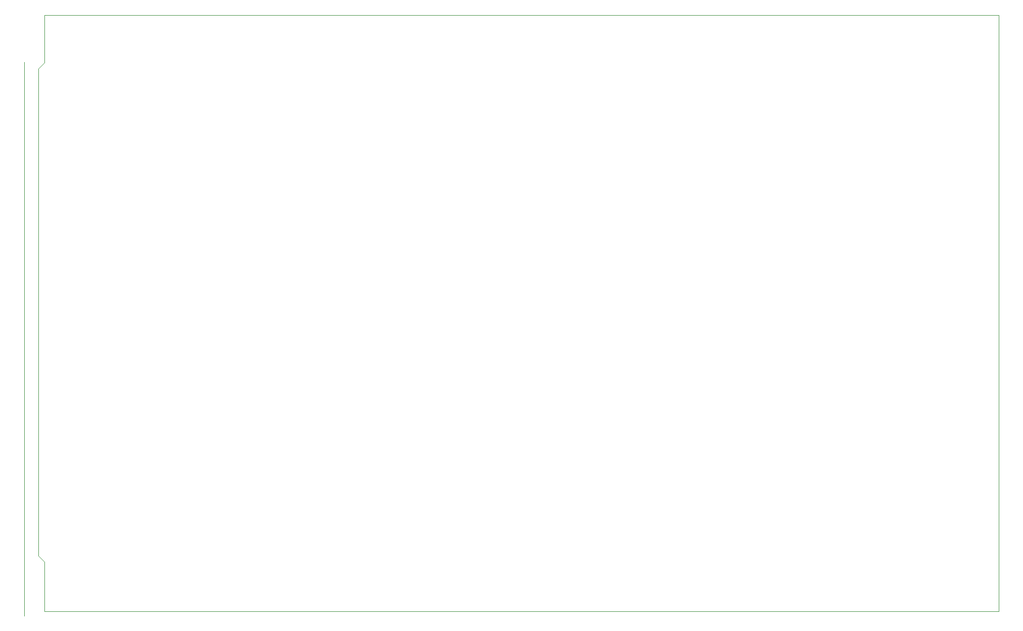
<source format=gm1>
G04 Layer_Color=16711935*
%FSLAX25Y25*%
%MOIN*%
G70*
G01*
G75*
%ADD128C,0.00394*%
%ADD221C,0.00039*%
D128*
X0Y362205D02*
Y393700D01*
Y0D02*
Y32755D01*
X-3937Y36692D02*
X0Y32755D01*
X-3937Y36692D02*
Y330807D01*
Y358268D02*
X0Y362205D01*
X-3937Y330807D02*
Y358268D01*
X0Y393700D02*
X629900D01*
X0Y0D02*
X629900D01*
Y393700D01*
D221*
X-13189Y-3086D02*
Y318599D01*
Y362598D01*
M02*

</source>
